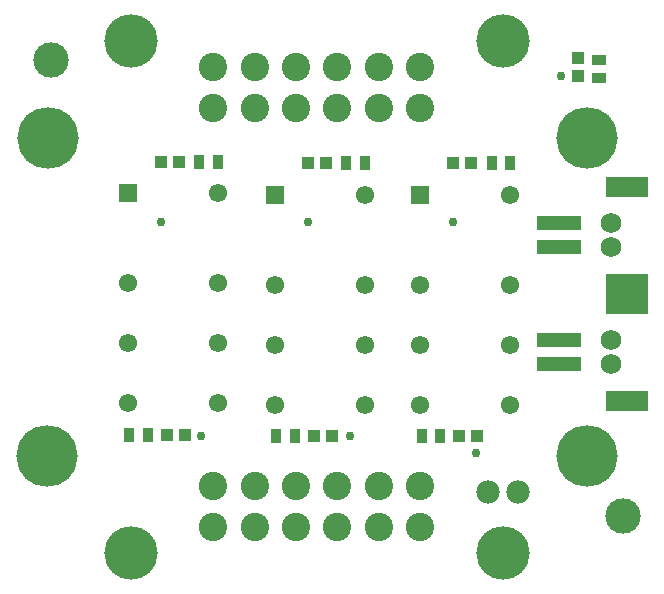
<source format=gts>
G04*
G04 #@! TF.GenerationSoftware,Altium Limited,Altium Designer,21.1.1 (26)*
G04*
G04 Layer_Color=8388736*
%FSLAX25Y25*%
%MOIN*%
G70*
G04*
G04 #@! TF.SameCoordinates,F51C65F9-1B59-4754-B465-99DF653E4662*
G04*
G04*
G04 #@! TF.FilePolarity,Negative*
G04*
G01*
G75*
%ADD17R,0.03800X0.04800*%
%ADD18R,0.04300X0.04300*%
%ADD19C,0.11811*%
%ADD20R,0.14186X0.06706*%
%ADD21R,0.14580X0.05131*%
%ADD22R,0.04800X0.03800*%
%ADD23R,0.04300X0.04300*%
%ADD24C,0.06102*%
%ADD25R,0.06102X0.06102*%
%ADD26C,0.09461*%
%ADD27C,0.17748*%
%ADD28C,0.02800*%
%ADD29C,0.20485*%
%ADD30C,0.06800*%
%ADD31C,0.07800*%
%ADD32C,0.02965*%
D17*
X235000Y216500D02*
D03*
X241247D02*
D03*
X264624Y307500D02*
D03*
X258376D02*
D03*
X167124Y308000D02*
D03*
X160876D02*
D03*
X137500Y217000D02*
D03*
X143747D02*
D03*
X186500Y216500D02*
D03*
X192747D02*
D03*
X216124Y307500D02*
D03*
X209876D02*
D03*
D18*
X247624Y216500D02*
D03*
X253624D02*
D03*
X251500Y307500D02*
D03*
X245500D02*
D03*
X154000Y308000D02*
D03*
X148000D02*
D03*
X150124Y217000D02*
D03*
X156124D02*
D03*
X199124Y216500D02*
D03*
X205124D02*
D03*
X203000Y307500D02*
D03*
X197000D02*
D03*
D19*
X111500Y342000D02*
D03*
X302000Y190000D02*
D03*
D20*
X303594Y228421D02*
D03*
Y260705D02*
D03*
Y267421D02*
D03*
Y299705D02*
D03*
D21*
X280957Y248500D02*
D03*
Y240626D02*
D03*
Y287500D02*
D03*
Y279626D02*
D03*
D22*
X294000Y335876D02*
D03*
Y342124D02*
D03*
D23*
X287000Y336500D02*
D03*
Y342500D02*
D03*
D24*
X264624Y297000D02*
D03*
Y267000D02*
D03*
Y247000D02*
D03*
Y227000D02*
D03*
X234624Y267000D02*
D03*
Y247000D02*
D03*
Y227000D02*
D03*
X167124Y297500D02*
D03*
Y267500D02*
D03*
Y247500D02*
D03*
Y227500D02*
D03*
X137124Y267500D02*
D03*
Y247500D02*
D03*
Y227500D02*
D03*
X216124Y297000D02*
D03*
Y267000D02*
D03*
Y247000D02*
D03*
Y227000D02*
D03*
X186124Y267000D02*
D03*
Y247000D02*
D03*
Y227000D02*
D03*
D25*
X234624Y297000D02*
D03*
X137124Y297500D02*
D03*
X186124Y297000D02*
D03*
D26*
X234449Y186221D02*
D03*
X220669D02*
D03*
X206890D02*
D03*
X193110D02*
D03*
X179331D02*
D03*
X165551D02*
D03*
X234449Y200000D02*
D03*
X220669D02*
D03*
X206890D02*
D03*
X193110D02*
D03*
X179331D02*
D03*
X165551D02*
D03*
X165551Y339779D02*
D03*
X179331D02*
D03*
X193110D02*
D03*
X206890D02*
D03*
X220669D02*
D03*
X234449D02*
D03*
X165551Y326000D02*
D03*
X179331D02*
D03*
X193110D02*
D03*
X206890D02*
D03*
X220669D02*
D03*
X234449D02*
D03*
D27*
X137992Y177559D02*
D03*
X262008D02*
D03*
Y348441D02*
D03*
X137992D02*
D03*
D28*
X296000Y310000D02*
D03*
X284000D02*
D03*
Y322000D02*
D03*
X281500Y316000D02*
D03*
X290000Y307500D02*
D03*
X296000Y322000D02*
D03*
X298500Y316000D02*
D03*
X290000Y324500D02*
D03*
X116500Y310000D02*
D03*
X104500D02*
D03*
Y322000D02*
D03*
X102000Y316000D02*
D03*
X110500Y307500D02*
D03*
X116500Y322000D02*
D03*
X119000Y316000D02*
D03*
X110500Y324500D02*
D03*
X116000Y204000D02*
D03*
X104000D02*
D03*
Y216000D02*
D03*
X101500Y210000D02*
D03*
X110000Y201500D02*
D03*
X116000Y216000D02*
D03*
X118500Y210000D02*
D03*
X110000Y218500D02*
D03*
X296000Y204000D02*
D03*
X284000D02*
D03*
Y216000D02*
D03*
X281500Y210000D02*
D03*
X290000Y201500D02*
D03*
X296000Y216000D02*
D03*
X298500Y210000D02*
D03*
X290000Y218500D02*
D03*
D29*
Y316000D02*
D03*
X110500D02*
D03*
X110000Y210000D02*
D03*
X290000D02*
D03*
D30*
X298000Y248500D02*
D03*
Y240626D02*
D03*
Y287500D02*
D03*
Y279626D02*
D03*
D31*
X267000Y198000D02*
D03*
X257000D02*
D03*
D32*
X281500Y336500D02*
D03*
X253000Y211000D02*
D03*
X245500Y288000D02*
D03*
X211000Y216500D02*
D03*
X161500D02*
D03*
X148000Y288000D02*
D03*
X197000D02*
D03*
M02*

</source>
